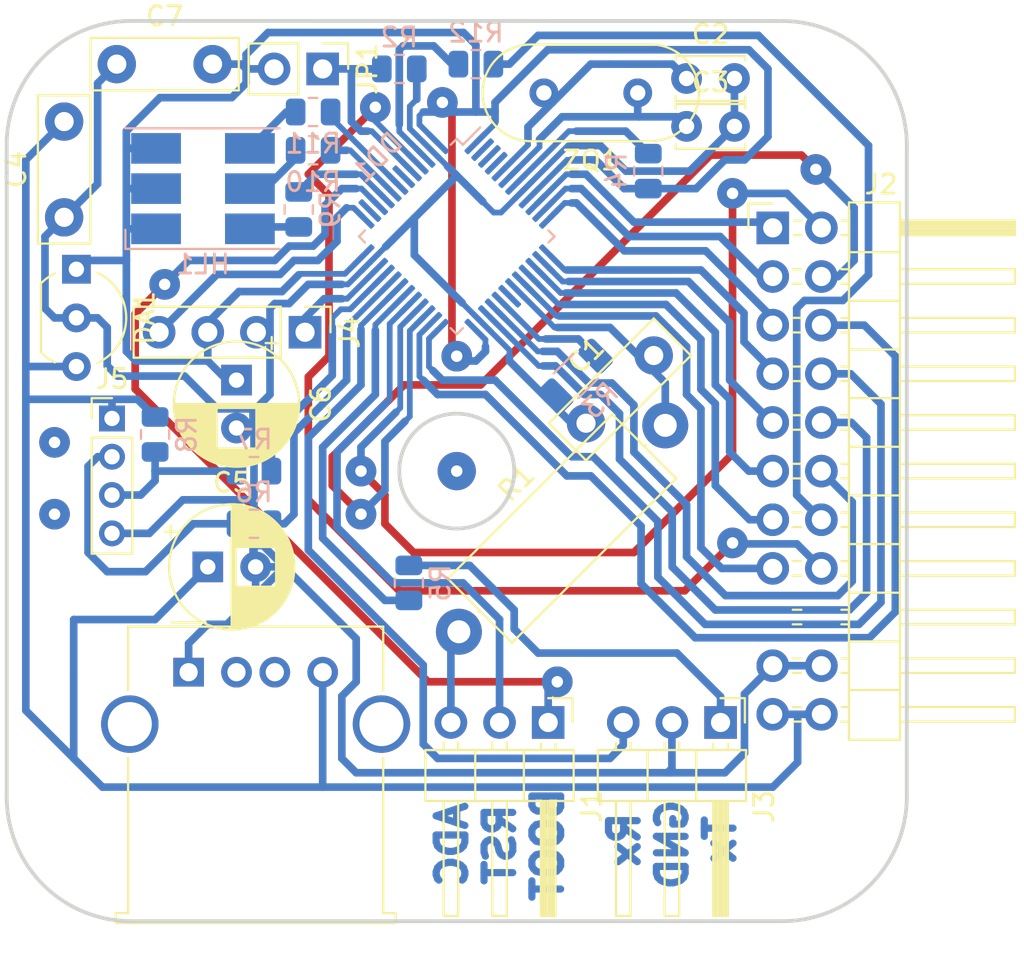
<source format=kicad_pcb>
(kicad_pcb (version 20211014) (generator pcbnew)
  (layers (0 "F.Cu" signal) (31 "B.Cu" signal) (34 "B.Paste" user) (35 "F.Paste" user) (36 "B.SilkS" user "B.Silkscreen") (37 "F.SilkS" user "F.Silkscreen") (38 "B.Mask" user) (39 "F.Mask" user) (44 "Edge.Cuts" user))
  (net 0 "")
  (net 1 "GNDD")
  (net 2 "Net-(C1-Pad2)")
  (net 3 "Net-(C2-Pad1)")
  (net 4 "Net-(C3-Pad1)")
  (net 5 "+5V")
  (net 6 "+3V3")
  (net 10 "Net-(DD1-Pad7)")
  (net 11 "Net-(DD1-Pad10)")
  (net 12 "Net-(DD1-Pad11)")
  (net 13 "Net-(DD1-Pad12)")
  (net 14 "Net-(DD1-Pad13)")
  (net 15 "Net-(DD1-Pad14)")
  (net 16 "Net-(DD1-Pad15)")
  (net 17 "Net-(DD1-Pad16)")
  (net 18 "Net-(DD1-Pad17)")
  (net 19 "Net-(DD1-Pad20)")
  (net 20 "/PB10")
  (net 21 "/PB11")
  (net 22 "/PB12")
  (net 23 "/PB13")
  (net 24 "/PB14")
  (net 25 "/PB15")
  (net 26 "/TX")
  (net 27 "/RX")
  (net 28 "Net-(DD1-Pad32)")
  (net 29 "Net-(DD1-Pad33)")
  (net 30 "/SWDIO")
  (net 31 "/SWCLK")
  (net 33 "/RST")
  (net 35 "Net-(DD1-Pad44)")
  (net 36 "/PB8")
  (net 37 "/PB9")
  (net 38 "/BOOT")
  (net 39 "Net-(J3-Pad1)")
  (net 40 "Net-(J5-Pad2)")
  (net 41 "Net-(J5-Pad3)")
  (net 44 "/ADC")
  (net 46 "Net-(HL1-Pad4)")
  (net 47 "Net-(HL1-Pad5)")
  (net 48 "Net-(HL1-Pad6)")
  (net 49 "Net-(J2-Pad14)")
  (net 50 "/GLED")
  (net 51 "/RLED")
  (net 52 "/BLED")
  (footprint "Capacitor_THT:C_Disc_D7.5mm_W2.5mm_P5.00mm" (layer "F.Cu") (at 111.75 40 45)
    (fp_text reference "C1")
    (fp_text value "10000")
  )
  (footprint "Connector_PinHeader_2.54mm:PinHeader_1x03_P2.54mm_Horizontal" (layer "F.Cu") (at 109.775 55.625 -90)
    (fp_text reference "J1")
    (fp_text value "CTL")
  )
  (footprint "Capacitor_THT:C_Disc_D3.4mm_W2.1mm_P2.50mm" (layer "F.Cu") (at 117 24.5)
    (fp_text reference "C3")
    (fp_text value "22")
  )
  (footprint "Capacitor_THT:CP_Radial_D6.3mm_P2.50mm" (layer "F.Cu") (at 92 47.5)
    (fp_text reference "C5")
    (fp_text value "47.0")
  )
  (footprint "Connector_USB:USB_A_Molex_67643_Horizontal" (layer "F.Cu") (at 91 53)
    (fp_text reference "J6")
    (fp_text value "PWR")
  )
  (footprint "Resistor_THT:R_Axial_DIN0414_L11.9mm_D4.5mm_P15.24mm_Horizontal" (layer "F.Cu") (at 105.111847 50.888154 45)
    (fp_text reference "R1")
    (fp_text value "1.1k")
  )
  (footprint "Capacitor_THT:C_Disc_D7.5mm_W2.5mm_P5.00mm" (layer "F.Cu") (at 84.5 29.25 90)
    (fp_text reference "C4")
    (fp_text value "1.0")
  )
  (footprint "Connector_PinHeader_2.54mm:PinHeader_1x03_P2.54mm_Horizontal" (layer "F.Cu") (at 118.775 55.625 -90)
    (fp_text reference "J3")
    (fp_text value "UART")
  )
  (footprint "Connector_PinHeader_2.54mm:PinHeader_1x04_P2.54mm_Vertical" (layer "F.Cu") (at 97.08 35.25 -90)
    (fp_text reference "J4")
    (fp_text value "SWD")
  )
  (footprint "Capacitor_THT:CP_Radial_D6.3mm_P2.50mm" (layer "F.Cu") (at 93.5 37.75 -90)
    (fp_text reference "C6")
    (fp_text value "47.0")
  )
  (footprint "Capacitor_THT:C_Disc_D7.5mm_W2.5mm_P5.00mm" (layer "F.Cu") (at 87.25 21.25)
    (fp_text reference "C7")
    (fp_text value "1.0")
  )
  (footprint "Connector_PinHeader_2.54mm:PinHeader_2x11_P2.54mm_Horizontal" (layer "F.Cu") (at 121.5 29.8)
    (fp_text reference "J2")
    (fp_text value "KBD")
  )
  (footprint "Package_TO_SOT_THT:TO-92_Inline_Wide" (layer "F.Cu") (at 85.14 31.96 -90)
    (fp_text reference "DA1")
    (fp_text value "L78L33")
  )
  (footprint "Capacitor_THT:C_Disc_D3.4mm_W2.1mm_P2.50mm" (layer "F.Cu") (at 117 22)
    (fp_text reference "C2")
    (fp_text value "22")
  )
  (footprint "Connector_PinHeader_2.00mm:PinHeader_1x04_P2.00mm_Vertical" (layer "F.Cu") (at 87 39.75)
    (fp_text reference "J5")
    (fp_text value "USB_B_Mini")
  )
  (footprint "Crystal:Crystal_HC18-U_Vertical" (layer "F.Cu") (at 114.45 22.75 180)
    (fp_text reference "ZQ1")
    (fp_text value "8 MHz")
  )
  (footprint "Connector_PinHeader_2.54mm:PinHeader_1x02_P2.54mm_Vertical" (layer "F.Cu") (at 98 21.5 -90)
    (fp_text reference "JP1")
    (fp_text value "BOOT0")
  )
  (footprint "Resistor_SMD:R_0805_2012Metric" (layer "B.Cu") (at 115 26.8375 -90)
    (fp_text reference "R4")
    (fp_text value "10k")
  )
  (footprint "Resistor_SMD:R_0805_2012Metric" (layer "B.Cu") (at 102.5 48.3375 90)
    (fp_text reference "R5")
    (fp_text value "680")
  )
  (footprint "Resistor_SMD:R_0805_2012Metric" (layer "B.Cu") (at 102 21.5 180)
    (fp_text reference "R2")
    (fp_text value "10k")
  )
  (footprint "Resistor_SMD:R_0805_2012Metric" (layer "B.Cu") (at 97.5 23.75)
    (fp_text reference "R11")
    (fp_text value "680")
  )
  (footprint "Resistor_SMD:R_0805_2012Metric" (layer "B.Cu") (at 94.4125 42.5 180)
    (fp_text reference "R7")
    (fp_text value "68")
  )
  (footprint "Resistor_SMD:R_0805_2012Metric" (layer "B.Cu") (at 106 21.25 180)
    (fp_text reference "R12")
    (fp_text value "Fuse")
  )
  (footprint "Resistor_SMD:R_0805_2012Metric" (layer "B.Cu") (at 89.25 40.5875 90)
    (fp_text reference "R8")
    (fp_text value "1.5k")
  )
  (footprint "Resistor_SMD:R_0805_2012Metric" (layer "B.Cu") (at 97.5 25.75)
    (fp_text reference "R10")
    (fp_text value "680")
  )
  (footprint "Resistor_SMD:R_0805_2012Metric" (layer "B.Cu") (at 96.75 28.8375 90)
    (fp_text reference "R9")
    (fp_text value "680")
  )
  (footprint "Resistor_SMD:R_1206_3216Metric" (layer "B.Cu") (at 111.215856 37.534144 45)
    (fp_text reference "R3")
    (fp_text value "10k")
  )
  (footprint "LED_SMD:LED_RGB_Cree-PLCC-6_6x5mm_P2.1mm" (layer "B.Cu") (at 91.75 27.75)
    (fp_text reference "HL1")
    (fp_text value "SMLVN6RGB")
  )
  (footprint "Resistor_SMD:R_0805_2012Metric" (layer "B.Cu") (at 94.4125 45.25 180)
    (fp_text reference "R6")
    (fp_text value "68")
  )
  (footprint "Package_QFP:LQFP-48_7x7mm_P0.5mm" (layer "B.Cu") (at 105 30.25 -135)
    (fp_text reference "DD1")
    (fp_text value "STM32L151C8Tx")
  )
  (gr_line locked (start 88 18.995195) (end 122 19) (layer "Edge.Cuts") (width 0.2))
  (gr_circle locked (center 105 42.5) (end 108 42.5) (layer "Edge.Cuts") (width 0.2) (fill none))
  (gr_arc locked (start 128.5 59.5) (mid 126.596194 64.096194) (end 122 66) (layer "Edge.Cuts") (width 0.2))
  (gr_line locked (start 81.5 59.5) (end 81.500001 25.25) (layer "Edge.Cuts") (width 0.2))
  (gr_arc locked (start 88 66) (mid 83.403806 64.096194) (end 81.5 59.5) (layer "Edge.Cuts") (width 0.2))
  (gr_line locked (start 122 66) (end 88 66) (layer "Edge.Cuts") (width 0.2))
  (gr_line locked (start 128.5 25.5) (end 128.5 59.5) (layer "Edge.Cuts") (width 0.2))
  (gr_arc locked (start 122 19) (mid 126.596194 20.903806) (end 128.5 25.5) (layer "Edge.Cuts") (width 0.2))
  (gr_arc locked (start 81.500001 25.25) (mid 83.489623 20.812812) (end 88 18.995195) (layer "Edge.Cuts") (width 0.2))
  (gr_text "Tx" (at 118.75 61.75 90) (layer "B.Cu") (effects (font (size 1.5 1.5) (thickness 0.375)) (justify mirror)))
  (gr_text "BOOT" (at 109.75 62 90) (layer "B.Cu") (effects (font (size 1.5 1.5) (thickness 0.375)) (justify mirror)))
  (gr_text "Rx" (at 113.75 61.75 90) (layer "B.Cu") (effects (font (size 1.5 1.5) (thickness 0.375)) (justify mirror)))
  (gr_text "RST" (at 107.25 62 90) (layer "B.Cu") (effects (font (size 1.5 1.5) (thickness 0.375)) (justify mirror)))
  (gr_text "ADC" (at 104.75 62 90) (layer "B.Cu") (effects (font (size 1.5 1.5) (thickness 0.375)) (justify mirror)))
  (gr_text "GND" (at 116.25 62 90) (layer "B.Cu") (effects (font (size 1.5 1.5) (thickness 0.375)) (justify mirror)))
  (via (at 84 44.75) (size 1.6) (drill 0.6) (layers "F.Cu" "B.Cu") (net 0))
  (via (at 84 41) (size 1.6) (drill 0.6) (layers "F.Cu" "B.Cu") (net 0))
  (via locked (at 105 42.5) (size 2) (drill 0.6) (layers "F.Cu" "B.Cu") (net 0))
  (segment (start 94.88798 46.38798) (end 94.36202 46.38798) (width 0.4) (layer "B.Cu") (net 1))
  (segment (start 83.5 30.25) (end 84.5 29.25) (width 0.4) (layer "B.Cu") (net 1))
  (segment (start 100.465678 31.602342) (end 99.31802 32.75) (width 0.3) (layer "B.Cu") (net 1))
  (segment (start 102.78401 31.21599) (end 102.78401 29.28401) (width 0.4) (layer "B.Cu") (net 1))
  (segment (start 84 34.5) (end 83.5 34) (width 0.4) (layer "B.Cu") (net 1))
  (segment (start 111 25.5) (end 112.5 25.5) (width 0.4) (layer "B.Cu") (net 1))
  (segment (start 94.25 40.25) (end 94.36202 40.13798) (width 0.4) (layer "B.Cu") (net 1))
  (segment (start 102.78401 29.28401) (end 103.40901 28.65901) (width 0.4) (layer "B.Cu") (net 1))
  (segment (start 105.28401 33.71599) (end 102.78401 31.21599) (width 0.4) (layer "B.Cu") (net 1))
  (segment (start 110.809983 25.5) (end 111 25.5) (width 0.3) (layer "B.Cu") (net 1))
  (segment (start 117.16298 26.83702) (end 119.5 24.5) (width 0.4) (layer "B.Cu") (net 1))
  (segment (start 99 57.5) (end 99 54.25) (width 0.4) (layer "B.Cu") (net 1))
  (segment (start 94.41298 44.08702) (end 94.41298 47.41298) (width 0.4) (layer "B.Cu") (net 1))
  (segment (start 108.473662 27.836998) (end 108.472984 27.836998) (width 0.3) (layer "B.Cu") (net 1))
  (segment (start 96 47.5) (end 99.75 51.25) (width 0.4) (layer "B.Cu") (net 1))
  (segment (start 100.465678 31.602342) (end 101.28401 30.78401) (width 0.3) (layer "B.Cu") (net 1))
  (segment (start 111.75 40) (end 111 40) (width 0.4) (layer "B.Cu") (net 1))
  (segment (start 104.96599 27.10203) (end 104.96599 27.03401) (width 0.4) (layer "B.Cu") (net 1))
  (segment (start 91 53) (end 91 51.5) (width 0.4) (layer "B.Cu") (net 1))
  (segment (start 102.54952 23.45048) (end 102.9125 23.0875) (width 0.3) (layer "B.Cu") (net 1))
  (segment (start 113.83702 26.83702) (end 117.16298 26.83702) (width 0.4) (layer "B.Cu") (net 1))
  (segment (start 107.75 36.5) (end 107.75 36.75) (width 0.4) (layer "B.Cu") (net 1))
  (segment (start 86.75 37) (end 87.29 37.54) (width 0.4) (layer "B.Cu") (net 1))
  (segment (start 111 40) (end 109.75 38.75) (width 0.4) (layer "B.Cu") (net 1))
  (segment (start 94.5 49) (end 94.5 47.5) (width 0.4) (layer "B.Cu") (net 1))
  (segment (start 99.75 53.5) (end 99.75 51.25) (width 0.4) (layer "B.Cu") (net 1))
  (segment (start 94.41298 47.41298) (end 94.5 47.5) (width 0.4) (layer "B.Cu") (net 1))
  (segment (start 94.41298 39.41298) (end 94.41298 44.08702) (width 0.4) (layer "B.Cu") (net 1))
  (segment (start 116.235 55.625) (end 116.235 58.015) (width 0.4) (layer "B.Cu") (net 1))
  (segment (start 94.54 35.25) (end 95.25 35.25) (width 0.4) (layer "B.Cu") (net 1))
  (segment (start 103.40901 28.65901) (end 104.75 27.31802) (width 0.4) (layer "B.Cu") (net 1))
  (segment (start 95.25 38.5) (end 95.25 35.25) (width 0.4) (layer "B.Cu") (net 1))
  (segment (start 104.71599 26.78401) (end 104.51599 26.58401) (width 0.4) (layer "B.Cu") (net 1))
  (segment (start 93.5 40.25) (end 94.25 40.25) (width 0.4) (layer "B.Cu") (net 1))
  (segment (start 104.75 26.81802) (end 104.71599 26.78401) (width 0.4) (layer "B.Cu") (net 1))
  (segment (start 104.96599 27.03401) (end 106.361435 28.429455) (width 0.4) (layer "B.Cu") (net 1))
  (segment (start 94.5 39.25) (end 95.25 38.5) (width 0.4) (layer "B.Cu") (net 1))
  (segment (start 101.28401 30.78401) (end 102.78401 29.28401) (width 0.4) (layer "B.Cu") (net 1))
  (segment (start 83.5 34) (end 83.5 30.25) (width 0.4) (layer "B.Cu") (net 1))
  (segment (start 86.25 34.5) (end 86.75 35) (width 0.4) (layer "B.Cu") (net 1))
  (segment (start 94.36202 39.36202) (end 94.25 39.25) (width 0.4) (layer "B.Cu") (net 1))
  (segment (start 102.54952 24.61754) (end 102.54952 23.45048) (width 0.3) (layer "B.Cu") (net 1))
  (segment (start 94.5 47.5) (end 96 47.5) (width 0.4) (layer "B.Cu") (net 1))
  (segment (start 92 50.5) (end 93 50.5) (width 0.4) (layer "B.Cu") (net 1))
  (segment (start 90.7 44) (end 94.32596 44) (width 0.4) (layer "B.Cu") (net 1))
  (segment (start 103.647658 25.715678) (end 102.54952 24.61754) (width 0.3) (layer "B.Cu") (net 1))
  (segment (start 102.9125 23.0875) (end 102.9125 21.5) (width 0.4) (layer "B.Cu") (net 1))
  (segment (start 124.04 52.66) (end 121.5 52.66) (width 0.4) (layer "B.Cu") (net 1))
  (segment (start 116 58.25) (end 116.25 58.25) (width 0.4) (layer "B.Cu") (net 1))
  (segment (start 106.352342 34.784322) (end 105.28401 33.71599) (width 0.3) (layer "B.Cu") (net 1))
  (segment (start 120.024511 57.225489) (end 120.024511 54.135489) (width 0.4) (layer "B.Cu") (net 1))
  (segment (start 86.25 27.5) (end 86.25 22.25) (width 0.4) (layer "B.Cu") (net 1))
  (segment (start 107.75 36.18198) (end 107.75 36.5) (width 0.3) (layer "B.Cu") (net 1))
  (segment (start 90.79 37.54) (end 92.5 39.25) (width 0.4) (layer "B.Cu") (net 1))
  (segment (start 95.25 34) (end 95.5 33.75) (width 0.4) (layer "B.Cu") (net 1))
  (segment (start 84.5 29.25) (end 86.25 27.5) (width 0.4) (layer "B.Cu") (net 1))
  (segment (start 99.31802 32.75) (end 99 32.75) (width 0.3) (layer "B.Cu") (net 1))
  (segment (start 108.472984 27.836998) (end 107.309982 29) (width 0.3) (layer "B.Cu") (net 1))
  (segment (start 99.75 58.25) (end 99 57.5) (width 0.4) (layer "B.Cu") (net 1))
  (segment (start 87 45.75) (end 88.95 45.75) (width 0.4) (layer "B.Cu") (net 1))
  (segment (start 86.25 22.25) (end 87 21.5) (width 0.4) (layer "B.Cu") (net 1))
  (segment (start 108.473662 27.836998) (end 108.47434 27.836998) (width 0.3) (layer "B.Cu") (net 1))
  (segment (start 94.36202 40.13798) (end 94.36202 39.36202) (width 0.4) (layer "B.Cu") (net 1))
  (segment (start 94.36202 46.38798) (end 94.36202 47.36202) (width 0.4) (layer "B.Cu") (net 1))
  (segment (start 106.93198 29) (end 106.361435 28.429455) (width 0.3) (layer "B.Cu") (net 1))
  (segment (start 110.181712 38.568288) (end 110 38.75) (width 0.4) (layer "B.Cu") (net 1))
  (segment (start 94.25 39.25) (end 94.5 39.25) (width 0.4) (layer "B.Cu") (net 1))
  (segment (start 94.5 49) (end 96 47.5) (width 0.4) (layer "B.Cu") (net 1))
  (segment (start 96 47.5) (end 94.88798 46.38798) (width 0.4) (layer "B.Cu") (net 1))
  (segment (start 116.235 58.015) (end 116 58.25) (width 0.4) (layer "B.Cu") (net 1))
  (segment (start 95.25 35.25) (end 95.25 34) (width 0.4) (layer "B.Cu") (net 1))
  (segment (start 88.95 45.75) (end 90.7 44) (width 0.4) (layer "B.Cu") (net 1))
  (segment (start 96.25 33.75) (end 97.25 32.75) (width 0.4) (layer "B.Cu") (net 1))
  (segment (start 116.25 58.25) (end 119 58.25) (width 0.4) (layer "B.Cu") (net 1))
  (segment (start 112.5 25.5) (end 113.83702 26.83702) (width 0.4) (layer "B.Cu") (net 1))
  (segment (start 119.5 24.5) (end 119.5 22) (width 0.4) (layer "B.Cu") (net 1))
  (segment (start 109.655669 26.655669) (end 109.655669 26.654314) (width 0.3) (layer "B.Cu") (net 1))
  (segment (start 108.47434 27.836998) (end 109.655669 26.655669) (width 0.3) (layer "B.Cu") (net 1))
  (segment (start 94.36202 39.36202) (end 94.41298 39.41298) (width 0.4) (layer "B.Cu") (net 1))
  (segment (start 106.352342 34.784322) (end 107.75 36.18198) (width 0.3) (layer "B.Cu") (net 1))
  (segment (start 93 50.5) (end 94.5 49) (width 0.4) (layer "B.Cu") (net 1))
  (segment (start 86.75 35) (end 86.75 37) (width 0.4) (layer "B.Cu") (net 1))
  (segment (start 107.75 36.75) (end 109.75 38.75) (width 0.4) (layer "B.Cu") (net 1))
  (segment (start 92.5 39.25) (end 94.25 39.25) (width 0.4) (layer "B.Cu") (net 1))
  (segment (start 99.75 58.25) (end 116.25 58.25) (width 0.4) (layer "B.Cu") (net 1))
  (segment (start 85.14 34.5) (end 86.25 34.5) (width 0.4) (layer "B.Cu") (net 1))
  (segment (start 97.25 32.75) (end 99 32.75) (width 0.4) (layer "B.Cu") (net 1))
  (segment (start 103.647658 25.715678) (end 104.51599 26.58401) (width 0.3) (layer "B.Cu") (net 1))
  (segment (start 85.14 34.5) (end 84 34.5) (width 0.4) (layer "B.Cu") (net 1))
  (segment (start 109.655669 26.654314) (end 110.809983 25.5) (width 0.3) (layer "B.Cu") (net 1))
  (segment (start 103.40901 28.65901) (end 104.96599 27.10203) (width 0.4) (layer "B.Cu") (net 1))
  (segment (start 104.71599 26.78401) (end 104.96599 27.03401) (width 0.4) (layer "B.Cu") (net 1))
  (segment (start 94.36202 47.36202) (end 94.5 47.5) (width 0.4) (layer "B.Cu") (net 1))
  (segment (start 107.309982 29) (end 106.93198 29) (width 0.3) (layer "B.Cu") (net 1))
  (segment (start 99 54.25) (end 99.75 53.5) (width 0.4) (layer "B.Cu") (net 1))
  (segment (start 95.5 33.75) (end 96.25 33.75) (width 0.4) (layer "B.Cu") (net 1))
  (segment (start 119 58.25) (end 120.024511 57.225489) (width 0.4) (layer "B.Cu") (net 1))
  (segment (start 120.024511 54.135489) (end 121.5 52.66) (width 0.4) (layer "B.Cu") (net 1))
  (segment (start 87.29 37.54) (end 90.79 37.54) (width 0.4) (layer "B.Cu") (net 1))
  (segment (start 94.32596 44) (end 94.41298 44.08702) (width 0.4) (layer "B.Cu") (net 1))
  (segment (start 91 51.5) (end 92 50.5) (width 0.4) (layer "B.Cu") (net 1))
  (segment (start 110 38.75) (end 109.75 38.75) (width 0.4) (layer "B.Cu") (net 1))
  (segment (start 115.285534 36.464466) (end 114.875 36.875) (width 0.4) (layer "B.Cu") (net 2))
  (segment (start 110.103554 35) (end 110.25 35) (width 0.3) (layer "B.Cu") (net 2))
  (segment (start 115.888154 40.111847) (end 115.888154 37.888154) (width 0.4) (layer "B.Cu") (net 2))
  (segment (start 115 36.75) (end 114.75 36.75) (width 0.4) (layer "B.Cu") (net 2))
  (segment (start 114.75 36.75) (end 114.875 36.875) (width 0.4) (layer "B.Cu") (net 2))
  (segment (start 115.285534 36.464466) (end 115 36.75) (width 0.4) (layer "B.Cu") (net 2))
  (segment (start 108.120109 33.016555) (end 110.103554 35) (width 0.3) (layer "B.Cu") (net 2))
  (segment (start 113 35) (end 114.75 36.75) (width 0.4) (layer "B.Cu") (net 2))
  (segment (start 115.888154 37.888154) (end 114.875 36.875) (width 0.4) (layer "B.Cu") (net 2))
  (segment (start 110.25 35) (end 113 35) (width 0.4) (layer "B.Cu") (net 2))
  (segment (start 116.25 21.25) (end 117 22) (width 0.4) (layer "B.Cu") (net 3))
  (segment (start 108.71967 24.53033) (end 110 23.25) (width 0.4) (layer "B.Cu") (net 3))
  (segment (start 112 21.25) (end 113 21.25) (width 0.4) (layer "B.Cu") (net 3))
  (segment (start 108.71967 25.21967) (end 108.71967 24.53033) (width 0.4) (layer "B.Cu") (net 3))
  (segment (start 110 23.25) (end 112 21.25) (width 0.4) (layer "B.Cu") (net 3))
  (segment (start 107.413002 26.776338) (end 108.71967 25.46967) (width 0.3) (layer "B.Cu") (net 3))
  (segment (start 108.71967 25.46967) (end 108.71967 25.21967) (width 0.3) (layer "B.Cu") (net 3))
  (segment (start 109.55 22.8) (end 110 23.25) (width 0.4) (layer "B.Cu") (net 3))
  (segment (start 109.55 22.75) (end 109.55 22.8) (width 0.4) (layer "B.Cu") (net 3))
  (segment (start 113 21.25) (end 116.25 21.25) (width 0.4) (layer "B.Cu") (net 3))
  (segment (start 114.45 23.95) (end 114.5 24) (width 0.4) (layer "B.Cu") (net 4))
  (segment (start 110.5 24) (end 114.5 24) (width 0.4) (layer "B.Cu") (net 4))
  (segment (start 116.5 24) (end 117 24.5) (width 0.4) (layer "B.Cu") (net 4))
  (segment (start 109.323223 25.573223) (end 109.323223 25.176777) (width 0.3) (layer "B.Cu") (net 4))
  (segment (start 107.766555 27.129891) (end 109.323223 25.573223) (width 0.3) (layer "B.Cu") (net 4))
  (segment (start 114.45 22.75) (end 114.45 23.95) (width 0.4) (layer "B.Cu") (net 4))
  (segment (start 109.323223 25.176777) (end 110.5 24) (width 0.4) (layer "B.Cu") (net 4))
  (segment (start 114.5 24) (end 116.5 24) (width 0.4) (layer "B.Cu") (net 4))
  (segment (start 122.8 57.7) (end 122.8 55.2) (width 0.4) (layer "B.Cu") (net 5))
  (segment (start 85 53) (end 85 57.5) (width 0.4) (layer "B.Cu") (net 5))
  (segment (start 82.54 37.04) (end 82.5 37) (width 0.4) (layer "B.Cu") (net 5))
  (segment (start 85.14 37.04) (end 82.54 37.04) (width 0.4) (layer "B.Cu") (net 5))
  (segment (start 98 59) (end 121.5 59) (width 0.4) (layer "B.Cu") (net 5))
  (segment (start 121.5 55.2) (end 122.8 55.2) (width 0.4) (layer "B.Cu") (net 5))
  (segment (start 89.375 50.125) (end 89.25 50.25) (width 0.4) (layer "B.Cu") (net 5))
  (segment (start 82.5 38.75) (end 82.5 55) (width 0.4) (layer "B.Cu") (net 5))
  (segment (start 82.5 34.75) (end 82.5 26.25) (width 0.4) (layer "B.Cu") (net 5))
  (segment (start 85.25 57.75) (end 86.5 59) (width 0.4) (layer "B.Cu") (net 5))
  (segment (start 82.5 37) (end 82.5 38.75) (width 0.4) (layer "B.Cu") (net 5))
  (segment (start 87 38.75) (end 88.325 38.75) (width 0.4) (layer "B.Cu") (net 5))
  (segment (start 88.325 38.75) (end 89.25 39.675) (width 0.4) (layer "B.Cu") (net 5))
  (segment (start 82.5 55) (end 85.25 57.75) (width 0.4) (layer "B.Cu") (net 5))
  (segment (start 85 57.5) (end 85.25 57.75) (width 0.4) (layer "B.Cu") (net 5))
  (segment (start 85 50.25) (end 85 53) (width 0.4) (layer "B.Cu") (net 5))
  (segment (start 87 39.75) (end 87 38.75) (width 0.4) (layer "B.Cu") (net 5))
  (segment (start 89.25 50.25) (end 85 50.25) (width 0.4) (layer "B.Cu") (net 5))
  (segment (start 82.5 26.25) (end 84.5 24.25) (width 0.4) (layer "B.Cu") (net 5))
  (segment (start 98 53) (end 98 59) (width 0.4) (layer "B.Cu") (net 5))
  (segment (start 86.5 59) (end 98 59) (width 0.4) (layer "B.Cu") (net 5))
  (segment (start 122.8 55.2) (end 124.04 55.2) (width 0.4) (layer "B.Cu") (net 5))
  (segment (start 121.5 59) (end 122.8 57.7) (width 0.4) (layer "B.Cu") (net 5))
  (segment (start 82.5 38.75) (end 87 38.75) (width 0.4) (layer "B.Cu") (net 5))
  (segment (start 82.5 34.75) (end 82.5 37) (width 0.4) (layer "B.Cu") (net 5))
  (segment (start 92 47.5) (end 89.375 50.125) (width 0.4) (layer "B.Cu") (net 5))
  (segment (start 104.75 36.25) (end 105 36.5) (width 0.4) (layer "F.Cu") (net 6))
  (segment (start 104.75 23.75) (end 104.75 36.25) (width 0.4) (layer "F.Cu") (net 6))
  (segment (start 104.25 23.25) (end 104.75 23.75) (width 0.4) (layer "F.Cu") (net 6))
  (via (at 105 36.5) (size 1.6) (drill 0.6) (layers "F.Cu" "B.Cu") (net 6))
  (via (at 104.25 23.25) (size 1.6) (drill 0.6) (layers "F.Cu" "B.Cu") (net 6))
  (segment (start 105 23.75) (end 104.75 23.75) (width 0.4) (layer "B.Cu") (net 6))
  (segment (start 106.5 36) (end 106.5 36.25) (width 0.4) (layer "B.Cu") (net 6))
  (segment (start 87.75 29.75) (end 87.75 31.5) (width 0.4) (layer "B.Cu") (net 6))
  (segment (start 105.998788 35.137876) (end 106.5 35.639088) (width 0.3) (layer "B.Cu") (net 6))
  (segment (start 87.75 25.5) (end 87.75 27.75) (width 0.4) (layer "B.Cu") (net 6))
  (segment (start 107 23.75) (end 107 23.25) (width 0.4) (layer "B.Cu") (net 6))
  (segment (start 89.3 29.85) (end 87.85 29.85) (width 0.4) (layer "B.Cu") (net 6))
  (segment (start 110.384562 26.634562) (end 110.76641 26.252714) (width 0.3) (layer "B.Cu") (net 6))
  (segment (start 94 21.25) (end 94 21.5) (width 0.4) (layer "B.Cu") (net 6))
  (segment (start 104.25 23.25) (end 104.25 23.75) (width 0.4) (layer "B.Cu") (net 6))
  (segment (start 87.85 29.85) (end 87.75 29.75) (width 0.4) (layer "B.Cu") (net 6))
  (segment (start 107 23.25) (end 109.75 20.5) (width 0.4) (layer "B.Cu") (net 6))
  (segment (start 92.25 21.25) (end 93.75 21.25) (width 0.4) (layer "B.Cu") (net 6))
  (segment (start 112.25 26.25) (end 113.75 27.75) (width 0.4) (layer "B.Cu") (net 6))
  (segment (start 87.75 24.75) (end 87.75 25.5) (width 0.4) (layer "B.Cu") (net 6))
  (segment (start 95.875 33.125) (end 96.625 32.375) (width 0.4) (layer "B.Cu") (net 6))
  (segment (start 106 23.75) (end 105 23.75) (width 0.4) (layer "B.Cu") (net 6))
  (segment (start 87.75 24.75) (end 89.5 23) (width 0.4) (layer "B.Cu") (net 6))
  (segment (start 95.15 19.6) (end 105.35 19.6) (width 0.4) (layer "B.Cu") (net 6))
  (segment (start 105.35 19.6) (end 106 20.25) (width 0.4) (layer "B.Cu") (net 6))
  (segment (start 92 36.75) (end 92 36.5) (width 0.4) (layer "B.Cu") (net 6))
  (segment (start 106.5 35.639088) (end 106.5 36) (width 0.3) (layer "B.Cu") (net 6))
  (segment (start 119 26.25) (end 117.5 27.75) (width 0.4) (layer "B.Cu") (net 6))
  (segment (start 104.75 23.75) (end 104.25 23.75) (width 0.4) (layer "B.Cu") (net 6))
  (segment (start 110.76641 26.252714) (end 110.997286 26.252714) (width 0.3) (layer "B.Cu") (net 6))
  (segment (start 113.75 27.75) (end 115 27.75) (width 0.4) (layer "B.Cu") (net 6))
  (segment (start 87.75 31.5) (end 87.75 36.25) (width 0.4) (layer "B.Cu") (net 6))
  (segment (start 107 23.75) (end 106 23.75) (width 0.4) (layer "B.Cu") (net 6))
  (segment (start 96.625 32.375) (end 96.75 32.25) (width 0.4) (layer "B.Cu") (net 6))
  (segment (start 110.76641 26.252714) (end 110.76641 26.25) (width 0.3) (layer "B.Cu") (net 6))
  (segment (start 121.25 25.031087) (end 120.031087 26.25) (width 0.4) (layer "B.Cu") (net 6))
  (segment (start 100.112124 31.248788) (end 99.160432 32.20048) (width 0.3) (layer "B.Cu") (net 6))
  (segment (start 109.75 20.5) (end 120.25 20.5) (width 0.4) (layer "B.Cu") (net 6))
  (segment (start 93.5 37.75) (end 93 37.75) (width 0.4) (layer "B.Cu") (net 6))
  (segment (start 89.3 27.75) (end 87.75 27.75) (width 0.4) (layer "B.Cu") (net 6))
  (segment (start 121.25 21.5) (end 121.25 25.031087) (width 0.4) (layer "B.Cu") (net 6))
  (segment (start 104.25 23.75) (end 103.25 23.75) (width 0.4) (layer "B.Cu") (net 6))
  (segment (start 94 22.25) (end 93.25 23) (width 0.4) (layer "B.Cu") (net 6))
  (segment (start 104.001212 25.362124) (end 103.05 24.410912) (width 0.3) (layer "B.Cu") (net 6))
  (segment (start 94 21.25) (end 94 20.75) (width 0.4) (layer "B.Cu") (net 6))
  (segment (start 120.25 20.5) (end 121.25 21.5) (width 0.4) (layer "B.Cu") (net 6))
  (segment (start 85.25 31.5) (end 87.75 31.5) (width 0.4) (layer "B.Cu") (net 6))
  (segment (start 107 24.360912) (end 107 24.25) (width 0.3) (layer "B.Cu") (net 6))
  (segment (start 108.827215 28.190551) (end 110.383204 26.634562) (width 0.3) (layer "B.Cu") (net 6))
  (segment (start 87.75 36.25) (end 88.25 36.75) (width 0.4) (layer "B.Cu") (net 6))
  (segment (start 93 37.75) (end 92 36.75) (width 0.4) (layer "B.Cu") (net 6))
  (segment (start 88.25 36.75) (end 92 36.75) (width 0.4) (layer "B.Cu") (net 6))
  (segment (start 106 36.75) (end 105 36.75) (width 0.4) (layer "B.Cu") (net 6))
  (segment (start 110.383204 26.634562) (end 110.384562 26.634562) (width 0.3) (layer "B.Cu") (net 6))
  (segment (start 92 34.75) (end 93.625 33.125) (width 0.4) (layer "B.Cu") (net 6))
  (segment (start 87.9 25.65) (end 87.75 25.5) (width 0.4) (layer "B.Cu") (net 6))
  (segment (start 94 21.25) (end 94 22.25) (width 0.4) (layer "B.Cu") (net 6))
  (segment (start 106.5 36.25) (end 106 36.75) (width 0.4) (layer "B.Cu") (net 6))
  (segment (start 103.05 23.95) (end 103.25 23.75) (width 0.3) (layer "B.Cu") (net 6))
  (segment (start 89.5 23) (end 93.25 23) (width 0.4) (layer "B.Cu") (net 6))
  (segment (start 94 20.75) (end 95.15 19.6) (width 0.4) (layer "B.Cu") (net 6))
  (segment (start 87.75 27.75) (end 87.75 29.75) (width 0.4) (layer "B.Cu") (net 6))
  (segment (start 96.79952 32.20048) (end 96.625 32.375) (width 0.3) (layer "B.Cu") (net 6))
  (segment (start 110.997286 26.252714) (end 111 26.25) (width 0.3) (layer "B.Cu") (net 6))
  (segment (start 89.3 25.65) (end 87.9 25.65) (width 0.4) (layer "B.Cu") (net 6))
  (segment (start 93.75 21.25) (end 94 21.5) (width 0.4) (layer "B.Cu") (net 6))
  (segment (start 99.160432 32.20048) (end 96.79952 32.20048) (width 0.3) (layer "B.Cu") (net 6))
  (segment (start 93.625 33.125) (end 95.875 33.125) (width 0.4) (layer "B.Cu") (net 6))
  (segment (start 111 26.25) (end 112.25 26.25) (width 0.4) (layer "B.Cu") (net 6))
  (segment (start 120.031087 26.25) (end 119 26.25) (width 0.4) (layer "B.Cu") (net 6))
  (segment (start 95.46 21.5) (end 94 21.5) (width 0.4) (layer "B.Cu") (net 6))
  (segment (start 103.05 24.410912) (end 103.05 23.95) (width 0.3) (layer "B.Cu") (net 6))
  (segment (start 105.998788 25.362124) (end 107 24.360912) (width 0.3) (layer "B.Cu") (net 6))
  (segment (start 107 24.25) (end 107 23.75) (width 0.4) (layer "B.Cu") (net 6))
  (segment (start 106 20.25) (end 106 23.75) (width 0.4) (layer "B.Cu") (net 6))
  (segment (start 117.5 27.75) (end 115 27.75) (width 0.4) (layer "B.Cu") (net 6))
  (segment (start 92 36.5) (end 92 34.75) (width 0.4) (layer "B.Cu") (net 6))
  (segment (start 111.25 24.75) (end 113.825 24.75) (width 0.4) (layer "B.Cu") (net 10))
  (segment (start 108.120109 27.483445) (end 110.853554 24.75) (width 0.3) (layer "B.Cu") (net 10))
  (segment (start 110.853554 24.75) (end 111.25 24.75) (width 0.3) (layer "B.Cu") (net 10))
  (segment (start 113.825 24.75) (end 115 25.925) (width 0.4) (layer "B.Cu") (net 10))
  (segment (start 111 27) (end 111.75 27) (width 0.4) (layer "B.Cu") (net 11))
  (segment (start 109.180769 28.544105) (end 109.181447 28.544105) (width 0.3) (layer "B.Cu") (net 11))
  (segment (start 111.75 27) (end 114.25 29.5) (width 0.4) (layer "B.Cu") (net 11))
  (segment (start 114.25 29.5) (end 121.2 29.5) (width 0.4) (layer "B.Cu") (net 11))
  (segment (start 121.2 29.5) (end 121.5 29.8) (width 0.4) (layer "B.Cu") (net 11))
  (segment (start 110.725552 27) (end 111 27) (width 0.3) (layer "B.Cu") (net 11))
  (segment (start 109.181447 28.544105) (end 110.725552 27) (width 0.3) (layer "B.Cu") (net 11))
  (segment (start 111.5 27.75) (end 114 30.25) (width 0.4) (layer "B.Cu") (net 12))
  (segment (start 111 27.75) (end 111.5 27.75) (width 0.4) (layer "B.Cu") (net 12))
  (segment (start 118.75 30.25) (end 120.84 32.34) (width 0.4) (layer "B.Cu") (net 12))
  (segment (start 109.534322 28.897658) (end 110.68198 27.75) (width 0.3) (layer "B.Cu") (net 12))
  (segment (start 120.84 32.34) (end 121.5 32.34) (width 0.4) (layer "B.Cu") (net 12))
  (segment (start 114 30.25) (end 118.75 30.25) (width 0.4) (layer "B.Cu") (net 12))
  (segment (start 110.68198 27.75) (end 111 27.75) (width 0.3) (layer "B.Cu") (net 12))
  (segment (start 121.5 34.5) (end 118 31) (width 0.4) (layer "B.Cu") (net 13))
  (segment (start 111.25 28.5) (end 111 28.5) (width 0.4) (layer "B.Cu") (net 13))
  (segment (start 113.75 31) (end 111.25 28.5) (width 0.4) (layer "B.Cu") (net 13))
  (segment (start 110.639088 28.5) (end 111 28.5) (width 0.3) (layer "B.Cu") (net 13))
  (segment (start 109.887876 29.251212) (end 110.639088 28.5) (width 0.3) (layer "B.Cu") (net 13))
  (segment (start 121.5 34.88) (end 121.5 34.5) (width 0.4) (layer "B.Cu") (net 13))
  (segment (start 118 31) (end 113.75 31) (width 0.4) (layer "B.Cu") (net 13))
  (segment (start 120 35.75) (end 121.5 37.25) (width 0.4) (layer "B.Cu") (net 14))
  (segment (start 109.887876 31.248788) (end 110.639088 32) (width 0.3) (layer "B.Cu") (net 14))
  (segment (start 117.75 32) (end 120 34.25) (width 0.4) (layer "B.Cu") (net 14))
  (segment (start 121.5 37.25) (end 121.5 37.42) (width 0.4) (layer "B.Cu") (net 14))
  (segment (start 110.639088 32) (end 110.75 32) (width 0.3) (layer "B.Cu") (net 14))
  (segment (start 120 34.25) (end 120 35.75) (width 0.4) (layer "B.Cu") (net 14))
  (segment (start 110.75 32) (end 117.75 32) (width 0.4) (layer "B.Cu") (net 14))
  (segment (start 121.46 39.96) (end 121.5 39.96) (width 0.4) (layer "B.Cu") (net 15))
  (segment (start 117.1 32.6) (end 119.25 34.75) (width 0.4) (layer "B.Cu") (net 15))
  (segment (start 119.25 37.75) (end 121.46 39.96) (width 0.4) (layer "B.Cu") (net 15))
  (segment (start 110.85 32.6) (end 117.1 32.6) (width 0.4) (layer "B.Cu") (net 15))
  (segment (start 109.534322 31.602342) (end 110.53198 32.6) (width 0.3) (layer "B.Cu") (net 15))
  (segment (start 119.25 34.75) (end 119.25 37.75) (width 0.4) (layer "B.Cu") (net 15))
  (segment (start 110.53198 32.6) (end 110.85 32.6) (width 0.3) (layer "B.Cu") (net 15))
  (segment (start 110.424874 33.2) (end 110.7 33.2) (width 0.3) (layer "B.Cu") (net 16))
  (segment (start 110.7 33.2) (end 116.45 33.2) (width 0.4) (layer "B.Cu") (net 16))
  (segment (start 118.5 35.25) (end 118.5 38) (width 0.4) (layer "B.Cu") (net 16))
  (segment (start 119.25 38.75) (end 119.25 41.5) (width 0.4) (layer "B.Cu") (net 16))
  (segment (start 119.25 41.5) (end 120.25 42.5) (width 0.4) (layer "B.Cu") (net 16))
  (segment (start 109.180769 31.955895) (end 110.424874 33.2) (width 0.3) (layer "B.Cu") (net 16))
  (segment (start 120.25 42.5) (end 121.5 42.5) (width 0.4) (layer "B.Cu") (net 16))
  (segment (start 116.45 33.2) (end 118.5 35.25) (width 0.4) (layer "B.Cu") (net 16))
  (segment (start 118.5 38) (end 119.25 38.75) (width 0.4) (layer "B.Cu") (net 16))
  (segment (start 118.5 43.25) (end 120.29 45.04) (width 0.4) (layer "B.Cu") (net 17))
  (segment (start 110.55 33.8) (end 115.925 33.8) (width 0.4) (layer "B.Cu") (net 17))
  (segment (start 118.5 38.978214) (end 118.5 43.25) (width 0.4) (layer "B.Cu") (net 17))
  (segment (start 117.75 35.625) (end 117.75 38.228214) (width 0.4) (layer "B.Cu") (net 17))
  (segment (start 108.827215 32.309449) (end 110.317766 33.8) (width 0.3) (layer "B.Cu") (net 17))
  (segment (start 110.317766 33.8) (end 110.55 33.8) (width 0.3) (layer "B.Cu") (net 17))
  (segment (start 115.925 33.8) (end 117.75 35.625) (width 0.4) (layer "B.Cu") (net 17))
  (segment (start 117.75 38.228214) (end 118.5 38.978214) (width 0.4) (layer "B.Cu") (net 17))
  (segment (start 120.29 45.04) (end 121.5 45.04) (width 0.4) (layer "B.Cu") (net 17))
  (segment (start 110.35 34.4) (end 115.4 34.4) (width 0.4) (layer "B.Cu") (net 18))
  (segment (start 117 38.5) (end 117.75 39.25) (width 0.4) (layer "B.Cu") (net 18))
  (segment (start 117.75 39.25) (end 117.75 46.5) (width 0.4) (layer "B.Cu") (net 18))
  (segment (start 118.83 47.58) (end 121.5 47.58) (width 0.4) (layer "B.Cu") (net 18))
  (segment (start 115.4 34.4) (end 117 36) (width 0.4) (layer "B.Cu") (net 18))
  (segment (start 108.473662 32.663002) (end 110.21066 34.4) (width 0.3) (layer "B.Cu") (net 18))
  (segment (start 117 36) (end 117 38.5) (width 0.4) (layer "B.Cu") (net 18))
  (segment (start 117.75 46.5) (end 118.83 47.58) (width 0.4) (layer "B.Cu") (net 18))
  (segment (start 110.21066 34.4) (end 110.35 34.4) (width 0.3) (layer "B.Cu") (net 18))
  (segment (start 111.35 35.6) (end 112.25 36.5) (width 0.4) (layer "B.Cu") (net 19))
  (segment (start 109.65 35.6) (end 111.35 35.6) (width 0.4) (layer "B.Cu") (net 19))
  (segment (start 109.28934 35.6) (end 109.65 35.6) (width 0.3) (layer "B.Cu") (net 19))
  (segment (start 107.413002 33.723662) (end 109.28934 35.6) (width 0.3) (layer "B.Cu") (net 19))
  (segment (start 124.9 49) (end 125.65 48.25) (width 0.4) (layer "B.Cu") (net 20))
  (segment (start 113.10048 37.90048) (end 114.25 39.05) (width 0.4) (layer "B.Cu") (net 20))
  (segment (start 119.03125 49) (end 124.9 49) (width 0.4) (layer "B.Cu") (net 20))
  (segment (start 125.65 48.25) (end 125.65 44.11) (width 0.4) (layer "B.Cu") (net 20))
  (segment (start 117 46.96875) (end 119.03125 49) (width 0.4) (layer "B.Cu") (net 20))
  (segment (start 114.25 41.5) (end 117 44.25) (width 0.4) (layer "B.Cu") (net 20))
  (segment (start 109.5 36.25) (end 110.25 36.25) (width 0.4) (layer "B.Cu") (net 20))
  (segment (start 109.232234 36.25) (end 109.5 36.25) (width 0.3) (layer "B.Cu") (net 20))
  (segment (start 111.90048 37.90048) (end 113.10048 37.90048) (width 0.4) (layer "B.Cu") (net 20))
  (segment (start 107.059449 34.077215) (end 109.232234 36.25) (width 0.3) (layer "B.Cu") (net 20))
  (segment (start 114.25 39.05) (end 114.25 41.5) (width 0.4) (layer "B.Cu") (net 20))
  (segment (start 110.25 36.25) (end 111.90048 37.90048) (width 0.4) (layer "B.Cu") (net 20))
  (segment (start 125.65 44.11) (end 124.04 42.5) (width 0.4) (layer "B.Cu") (net 20))
  (segment (start 117 44.25) (end 117 46.96875) (width 0.4) (layer "B.Cu") (net 20))
  (segment (start 125.5 49.75) (end 126.4 48.85) (width 0.4) (layer "B.Cu") (net 21))
  (segment (start 125.61 39.96) (end 124.04 39.96) (width 0.4) (layer "B.Cu") (net 21))
  (segment (start 113.5 41.875) (end 116.25 44.625) (width 0.4) (layer "B.Cu") (net 21))
  (segment (start 109.508063 37.008063) (end 110.160213 37.008063) (width 0.4) (layer "B.Cu") (net 21))
  (segment (start 110.160213 37.008063) (end 111.65215 38.5) (width 0.4) (layer "B.Cu") (net 21))
  (segment (start 113.5 39.5) (end 113.5 41.875) (width 0.4) (layer "B.Cu") (net 21))
  (segment (start 116.25 47.5) (end 118.5 49.75) (width 0.4) (layer "B.Cu") (net 21))
  (segment (start 126.4 48.85) (end 126.4 40.75) (width 0.4) (layer "B.Cu") (net 21))
  (segment (start 126.4 40.75) (end 125.61 39.96) (width 0.4) (layer "B.Cu") (net 21))
  (segment (start 116.25 44.625) (end 116.25 47.5) (width 0.4) (layer "B.Cu") (net 21))
  (segment (start 106.705895 34.430769) (end 109.283189 37.008063) (width 0.3) (layer "B.Cu") (net 21))
  (segment (start 111.65215 38.5) (end 112.5 38.5) (width 0.4) (layer "B.Cu") (net 21))
  (segment (start 109.283189 37.008063) (end 109.508063 37.008063) (width 0.3) (layer "B.Cu") (net 21))
  (segment (start 118.5 49.75) (end 125.5 49.75) (width 0.4) (layer "B.Cu") (net 21))
  (segment (start 112.5 38.5) (end 113.5 39.5) (width 0.4) (layer "B.Cu") (net 21))
  (segment (start 107 37.75) (end 111 41.75) (width 0.4) (layer "B.Cu") (net 22))
  (segment (start 115.5 48.03125) (end 117.96875 50.5) (width 0.4) (layer "B.Cu") (net 22))
  (segment (start 103.54952 37.04952) (end 103.75 37.25) (width 0.3) (layer "B.Cu") (net 22))
  (segment (start 104.001212 35.137876) (end 103.54952 35.589568) (width 0.3) (layer "B.Cu") (net 22))
  (segment (start 117.96875 50.5) (end 126 50.5) (width 0.4) (layer "B.Cu") (net 22))
  (segment (start 115.5 45.125) (end 115.5 48.03125) (width 0.4) (layer "B.Cu") (net 22))
  (segment (start 103.75 37.25) (end 104.25 37.75) (width 0.4) (layer "B.Cu") (net 22))
  (segment (start 127.15 49.35) (end 127.15 39) (width 0.4) (layer "B.Cu") (net 22))
  (segment (start 126 50.5) (end 127.15 49.35) (width 0.4) (layer "B.Cu") (net 22))
  (segment (start 127.15 39) (end 125.57 37.42) (width 0.4) (layer "B.Cu") (net 22))
  (segment (start 111 41.75) (end 112.125 41.75) (width 0.4) (layer "B.Cu") (net 22))
  (segment (start 104.25 37.75) (end 107 37.75) (width 0.4) (layer "B.Cu") (net 22))
  (segment (start 103.54952 35.589568) (end 103.54952 37.04952) (width 0.3) (layer "B.Cu") (net 22))
  (segment (start 112.125 41.75) (end 115.5 45.125) (width 0.4) (layer "B.Cu") (net 22))
  (segment (start 125.57 37.42) (end 124.04 37.42) (width 0.4) (layer "B.Cu") (net 22))
  (segment (start 114.625 45.375) (end 114.625 48.375) (width 0.4) (layer "B.Cu") (net 23))
  (segment (start 117.45 51.2) (end 126.55 51.2) (width 0.4) (layer "B.Cu") (net 23))
  (segment (start 103.25 37.75) (end 104 38.5) (width 0.4) (layer "B.Cu") (net 23))
  (segment (start 127.9 36.5) (end 126.28 34.88) (width 0.4) (layer "B.Cu") (net 23))
  (segment (start 126.28 34.88) (end 124.04 34.88) (width 0.4) (layer "B.Cu") (net 23))
  (segment (start 127.9 49.85) (end 127.9 36.5) (width 0.4) (layer "B.Cu") (net 23))
  (segment (start 103.04952 37.54952) (end 103.25 37.75) (width 0.3) (layer "B.Cu") (net 23))
  (segment (start 104 38.5) (end 106.5 38.5) (width 0.4) (layer "B.Cu") (net 23))
  (segment (start 126.55 51.2) (end 127.9 49.85) (width 0.4) (layer "B.Cu") (net 23))
  (segment (start 114.625 48.375) (end 117.45 51.2) (width 0.4) (layer "B.Cu") (net 23))
  (segment (start 110.75 42.75) (end 112 42.75) (width 0.4) (layer "B.Cu") (net 23))
  (segment (start 112 42.75) (end 114.625 45.375) (width 0.4) (layer "B.Cu") (net 23))
  (segment (start 103.04952 35.38246) (end 103.04952 37.54952) (width 0.3) (layer "B.Cu") (net 23))
  (segment (start 103.647658 34.784322) (end 103.04952 35.38246) (width 0.3) (layer "B.Cu") (net 23))
  (segment (start 106.5 38.5) (end 110.75 42.75) (width 0.4) (layer "B.Cu") (net 23))
  (segment (start 98.5 41.75) (end 102.25 38) (width 0.4) (layer "F.Cu") (net 24))
  (segment (start 102.25 38) (end 106.25 38) (width 0.4) (layer "F.Cu") (net 24))
  (segment (start 98.5 43.25) (end 98.5 41.75) (width 0.4) (layer "F.Cu") (net 24))
  (segment (start 106.25 38) (end 118.25 26) (width 0.4) (layer "F.Cu") (net 24))
  (segment (start 118.25 26) (end 123 26) (width 0.4) (layer "F.Cu") (net 24))
  (segment (start 100 44.75) (end 98.5 43.25) (width 0.4) (layer "F.Cu") (net 24))
  (segment (start 123 26) (end 123.75 26.75) (width 0.4) (layer "F.Cu") (net 24))
  (via (at 123.75 26.75) (size 1.6) (drill 0.6) (layers "F.Cu" "B.Cu") (net 24))
  (via (at 100 44.75) (size 1.6) (drill 0.6) (layers "F.Cu" "B.Cu") (net 24))
  (segment (start 102.54952 39.65048) (end 102.3 39.9) (width 0.3) (layer "B.Cu") (net 24))
  (segment (start 101.25 43.5) (end 101.25 40.95) (width 0.4) (layer "B.Cu") (net 24))
  (segment (start 102.54952 35.175354) (end 102.54952 39.65048) (width 0.3) (layer "B.Cu") (net 24))
  (segment (start 125.75 28.75) (end 123.75 26.75) (width 0.4) (layer "B.Cu") (net 24))
  (segment (start 101.25 40.95) (end 102.3 39.9) (width 0.4) (layer "B.Cu") (net 24))
  (segment (start 100 44.75) (end 101.25 43.5) (width 0.4) (layer "B.Cu") (net 24))
  (segment (start 124.91 32.34) (end 125.75 31.5) (width 0.4) (layer "B.Cu") (net 24))
  (segment (start 125.75 31.5) (end 125.75 28.75) (width 0.4) (layer "B.Cu") (net 24))
  (segment (start 103.294105 34.430769) (end 102.54952 35.175354) (width 0.3) (layer "B.Cu") (net 24))
  (segment (start 124.04 32.34) (end 124.91 32.34) (width 0.4) (layer "B.Cu") (net 24))
  (segment (start 102.75 46.75) (end 114.25 46.75) (width 0.4) (layer "F.Cu") (net 25))
  (segment (start 119.4 41.6) (end 119.4 28) (width 0.4) (layer "F.Cu") (net 25))
  (segment (start 101.25 43.75) (end 101.25 45.25) (width 0.4) (layer "F.Cu") (net 25))
  (segment (start 101.25 45.25) (end 102.75 46.75) (width 0.4) (layer "F.Cu") (net 25))
  (segment (start 114.25 46.75) (end 119.4 41.6) (width 0.4) (layer "F.Cu") (net 25))
  (segment (start 100 42.5) (end 101.25 43.75) (width 0.4) (layer "F.Cu") (net 25))
  (via (at 100 42.5) (size 1.6) (drill 0.6) (layers "F.Cu" "B.Cu") (net 25))
  (via (at 119.4 28) (size 1.6) (drill 0.6) (layers "F.Cu" "B.Cu") (net 25))
  (segment (start 102.940551 34.077215) (end 102.05 34.967766) (width 0.3) (layer "B.Cu") (net 25))
  (segment (start 102.05 34.967766) (end 102.05 39.2) (width 0.3) (layer "B.Cu") (net 25))
  (segment (start 100 41.25) (end 101.825 39.425) (width 0.4) (layer "B.Cu") (net 25))
  (segment (start 124.04 29.8) (end 122.24 28) (width 0.4) (layer "B.Cu") (net 25))
  (segment (start 102.05 39.2) (end 101.825 39.425) (width 0.3) (layer "B.Cu") (net 25))
  (segment (start 100 41.25) (end 100 42.5) (width 0.4) (layer "B.Cu") (net 25))
  (segment (start 122.24 28) (end 119.4 28) (width 0.4) (layer "B.Cu") (net 25))
  (segment (start 98 41.25) (end 98 46) (width 0.4) (layer "B.Cu") (net 26))
  (segment (start 100.75 35.15) (end 100.75 38.5) (width 0.4) (layer "B.Cu") (net 26))
  (segment (start 101.25 49.25) (end 102.5 49.25) (width 0.4) (layer "B.Cu") (net 26))
  (segment (start 100.75 38.5) (end 98 41.25) (width 0.4) (layer "B.Cu") (net 26))
  (segment (start 100.75 34.853554) (end 100.75 35.15) (width 0.3) (layer "B.Cu") (net 26))
  (segment (start 102.233445 33.370109) (end 100.75 34.853554) (width 0.3) (layer "B.Cu") (net 26))
  (segment (start 98 46) (end 101.25 49.25) (width 0.4) (layer "B.Cu") (net 26))
  (segment (start 100 35.1) (end 100 38) (width 0.4) (layer "B.Cu") (net 27))
  (segment (start 97.25 46.625) (end 103.25 52.625) (width 0.4) (layer "B.Cu") (net 27))
  (segment (start 100 38) (end 97.25 40.75) (width 0.4) (layer "B.Cu") (net 27))
  (segment (start 104 57.5) (end 113 57.5) (width 0.4) (layer "B.Cu") (net 27))
  (segment (start 101.879891 33.016555) (end 100 34.896446) (width 0.3) (layer "B.Cu") (net 27))
  (segment (start 113.695 56.805) (end 113.695 55.625) (width 0.4) (layer "B.Cu") (net 27))
  (segment (start 103.25 52.625) (end 103.25 56.75) (width 0.4) (layer "B.Cu") (net 27))
  (segment (start 103.25 56.75) (end 104 57.5) (width 0.4) (layer "B.Cu") (net 27))
  (segment (start 100 34.896446) (end 100 35.1) (width 0.3) (layer "B.Cu") (net 27))
  (segment (start 97.25 40.75) (end 97.25 46.625) (width 0.4) (layer "B.Cu") (net 27))
  (segment (start 113 57.5) (end 113.695 56.805) (width 0.4) (layer "B.Cu") (net 27))
  (segment (start 99.25 34.93934) (end 99.25 35.15) (width 0.3) (layer "B.Cu") (net 28))
  (segment (start 101.526338 32.663002) (end 99.25 34.93934) (width 0.3) (layer "B.Cu") (net 28))
  (segment (start 96.5 40.5) (end 96.5 44.75) (width 0.4) (layer "B.Cu") (net 28))
  (segment (start 99.25 37.75) (end 96.5 40.5) (width 0.4) (layer "B.Cu") (net 28))
  (segment (start 96.5 44.75) (end 96 45.25) (width 0.4) (layer "B.Cu") (net 28))
  (segment (start 99.25 35.15) (end 99.25 37.75) (width 0.4) (layer "B.Cu") (net 28))
  (segment (start 96 45.25) (end 95.325 45.25) (width 0.4) (layer "B.Cu") (net 28))
  (segment (start 98.5 34.982234) (end 98.5 37.5) (width 0.4) (layer "B.Cu") (net 29))
  (segment (start 101.172785 32.309449) (end 99.432714 34.04952) (width 0.3) (layer "B.Cu") (net 29))
  (segment (start 98.5 34.5) (end 98.5 34.982234) (width 0.3) (layer "B.Cu") (net 29))
  (segment (start 98.95048 34.04952) (end 98.5 34.5) (width 0.3) (layer "B.Cu") (net 29))
  (segment (start 95.325 40.675) (end 95.325 42.5) (width 0.4) (layer "B.Cu") (net 29))
  (segment (start 99.432714 34.04952) (end 98.95048 34.04952) (width 0.3) (layer "B.Cu") (net 29))
  (segment (start 98.5 37.5) (end 95.325 40.675) (width 0.4) (layer "B.Cu") (net 29))
  (segment (start 98.08 33.5) (end 97.08 34.5) (width 0.4) (layer "B.Cu") (net 30))
  (segment (start 99.275126 33.5) (end 99 33.5) (width 0.3) (layer "B.Cu") (net 30))
  (segment (start 99.512563 33.262563) (end 99.275126 33.5) (width 0.3) (layer "B.Cu") (net 30))
  (segment (start 98.5 33.5) (end 98.08 33.5) (width 0.4) (layer "B.Cu") (net 30))
  (segment (start 100.819231 31.955895) (end 99.512563 33.262563) (width 0.3) (layer "B.Cu") (net 30))
  (segment (start 99 33.5) (end 98.5 33.5) (width 0.4) (layer "B.Cu") (net 30))
  (segment (start 99.275126 33.5) (end 98.5 33.5) (width 0.3) (layer "B.Cu") (net 30))
  (segment (start 89.46 35.25) (end 92.48 32.23) (width 0.4) (layer "B.Cu") (net 31))
  (segment (start 96.5 31.5) (end 97.75 31.5) (width 0.4) (layer "B.Cu") (net 31))
  (segment (start 95.77 32.23) (end 96.5 31.5) (width 0.4) (layer "B.Cu") (net 31))
  (segment (start 98.75 30.5) (end 98.75 29.25) (width 0.4) (layer "B.Cu") (net 31))
  (segment (start 92.48 32.23) (end 95.77 32.23) (width 0.4) (layer "B.Cu") (net 31))
  (segment (start 100.112124 29.251212) (end 99.610912 28.75) (width 0.3) (layer "B.Cu") (net 31))
  (segment (start 97.75 31.5) (end 98.75 30.5) (width 0.4) (layer "B.Cu") (net 31))
  (segment (start 99.610912 28.75) (end 99.25 28.75) (width 0.3) (layer "B.Cu") (net 31))
  (segment (start 98.75 29.25) (end 99.25 28.75) (width 0.4) (layer "B.Cu") (net 31))
  (segment (start 105.32606 48.33702) (end 101.658991 48.33702) (width 0.4) (layer "B.Cu") (net 33))
  (segment (start 107.235 50.24596) (end 105.32606 48.33702) (width 0.4) (layer "B.Cu") (net 33))
  (segment (start 101.658991 48.33702) (end 98.75 45.428029) (width 0.4) (layer "B.Cu") (net 33))
  (segment (start 102.586998 33.723662) (end 101.5 34.81066) (width 0.3) (layer "B.Cu") (net 33))
  (segment (start 107.235 55.625) (end 107.235 50.24596) (width 0.4) (layer "B.Cu") (net 33))
  (segment (start 101.5 34.81066) (end 101.5 38.75) (width 0.3) (layer "B.Cu") (net 33))
  (segment (start 98.75 41.5) (end 101.275 38.975) (width 0.4) (layer "B.Cu") (net 33))
  (segment (start 98.75 45.428029) (end 98.75 41.5) (width 0.4) (layer "B.Cu") (net 33))
  (segment (start 101.5 38.75) (end 101.275 38.975) (width 0.3) (layer "B.Cu") (net 33))
  (segment (start 100.35 24.75) (end 100 24.75) (width 0.4) (layer "B.Cu") (net 35))
  (segment (start 99.5 24.25) (end 99.5 21.5) (width 0.4) (layer "B.Cu") (net 35))
  (segment (start 102.586998 26.776338) (end 100.56066 24.75) (width 0.3) (layer "B.Cu") (net 35))
  (segment (start 98 21.5) (end 101.0875 21.5) (width 0.4) (layer "B.Cu") (net 35))
  (segment (start 100 24.75) (end 99.5 24.25) (width 0.4) (layer "B.Cu") (net 35))
  (segment (start 99.5 21.5) (end 101.0875 21.5) (width 0.4) (layer "B.Cu") (net 35))
  (segment (start 100.56066 24.75) (end 100.35 24.75) (width 0.3) (layer "B.Cu") (net 35))
  (segment (start 97.25 44) (end 102 48.75) (width 0.4) (layer "F.Cu") (net 36))
  (segment (start 98.329511 28.079511) (end 98.329511 36.499511) (width 0.4) (layer "F.Cu") (net 36))
  (segment (start 98.329511 36.499511) (end 97.25 37.579022) (width 0.4) (layer "F.Cu") (net 36))
  (segment (start 97.25 27) (end 98.329511 28.079511) (width 0.4) (layer "F.Cu") (net 36))
  (segment (start 97.25 37.579022) (end 97.25 44) (width 0.4) (layer "F.Cu") (net 36))
  (segment (start 116.9 48.75) (end 119.4 46.25) (width 0.4) (layer "F.Cu") (net 36))
  (segment (start 100.75 23.5) (end 97.25 27) (width 0.4) (layer "F.Cu") (net 36))
  (segment (start 102 48.75) (end 116.9 48.75) (width 0.4) (layer "F.Cu") (net 36))
  (via (at 119.4 46.25) (size 1.6) (drill 0.6) (layers "F.Cu" "B.Cu") (net 36))
  (via (at 100.75 23.5) (size 1.6) (drill 0.6) (layers "F.Cu" "B.Cu") (net 36))
  (segment (start 102.940551 26.422785) (end 100.75 24.232234) (width 0.3) (layer "B.Cu") (net 36))
  (segment (start 100.75 24.232234) (end 100.75 23.5) (width 0.3) (layer "B.Cu") (net 36))
  (segment (start 119.45 46.3) (end 122.76 46.3) (width 0.4) (layer "B.Cu") (net 36))
  (segment (start 122.76 46.3) (end 124.04 47.58) (width 0.4) (layer "B.Cu") (net 36))
  (segment (start 119.4 46.25) (end 119.45 46.3) (width 0.4) (layer "B.Cu") (net 36))
  (segment (start 102.2 20.3) (end 102 20.5) (width 0.4) (layer "B.Cu") (net 37))
  (segment (start 103.294105 26.069231) (end 102 24.775126) (width 0.3) (layer "B.Cu") (net 37))
  (segment (start 104.75 21.25) (end 103.8 20.3) (width 0.4) (layer "B.Cu") (net 37))
  (segment (start 102 20.5) (end 102 24.4) (width 0.4) (layer "B.Cu") (net 37))
  (segment (start 102 24.775126) (end 102 24.4) (width 0.3) (layer "B.Cu") (net 37))
  (segment (start 103.8 20.3) (end 102.2 20.3) (width 0.4) (layer "B.Cu") (net 37))
  (segment (start 105.0875 21.25) (end 104.75 21.25) (width 0.4) (layer "B.Cu") (net 37))
  (segment (start 88.210489 34.289511) (end 88.210489 38.210489) (width 0.4) (layer "F.Cu") (net 38))
  (segment (start 89.75 32.75) (end 88.210489 34.289511) (width 0.4) (layer "F.Cu") (net 38))
  (segment (start 88.210489 38.210489) (end 103.5 53.5) (width 0.4) (layer "F.Cu") (net 38))
  (segment (start 103.5 53.5) (end 110.25 53.5) (width 0.4) (layer "F.Cu") (net 38))
  (via (at 89.75 32.75) (size 1.6) (drill 0.6) (layers "F.Cu" "B.Cu") (net 38))
  (via (at 110.25 53.5) (size 1.6) (drill 0.6) (layers "F.Cu" "B.Cu") (net 38))
  (segment (start 100.818553 28.544105) (end 100.024448 27.75) (width 0.3) (layer "B.Cu") (net 38))
  (segment (start 109.775 53.975) (end 110.25 53.5) (width 0.4) (layer "B.Cu") (net 38))
  (segment (start 91 31.5) (end 95.5 31.5) (width 0.4) (layer "B.Cu") (net 38))
  (segment (start 100.024448 27.75) (end 99.75 27.75) (width 0.3) (layer "B.Cu") (net 38))
  (segment (start 95.5 31.5) (end 96.25 30.75) (width 0.4) (layer "B.Cu") (net 38))
  (segment (start 97.5 30.75) (end 98.125 30.125) (width 0.4) (layer "B.Cu") (net 38))
  (segment (start 96.25 30.75) (end 97.5 30.75) (width 0.4) (layer "B.Cu") (net 38))
  (segment (start 99 27.75) (end 99.75 27.75) (width 0.4) (layer "B.Cu") (net 38))
  (segment (start 89.75 32.75) (end 91 31.5) (width 0.4) (layer "B.Cu") (net 38))
  (segment (start 109.775 55.625) (end 109.775 53.975) (width 0.4) (layer "B.Cu") (net 38))
  (segment (start 100.819231 28.544105) (end 100.818553 28.544105) (width 0.3) (layer "B.Cu") (net 38))
  (segment (start 98.125 28.625) (end 99 27.75) (width 0.4) (layer "B.Cu") (net 38))
  (segment (start 98.125 30.125) (end 98.125 28.625) (width 0.4) (layer "B.Cu") (net 38))
  (segment (start 108 50.75) (end 109.25 52) (width 0.4) (layer "B.Cu") (net 39))
  (segment (start 102.5 47.425) (end 105.675 47.425) (width 0.4) (layer "B.Cu") (net 39))
  (segment (start 108 49.75) (end 108 50.75) (width 0.4) (layer "B.Cu") (net 39))
  (segment (start 116.5 52) (end 118.775 54.275) (width 0.4) (layer "B.Cu") (net 39))
  (segment (start 109.25 52) (end 116.5 52) (width 0.4) (layer "B.Cu") (net 39))
  (segment (start 105.675 47.425) (end 108 49.75) (width 0.4) (layer "B.Cu") (net 39))
  (segment (start 118.775 54.275) (end 118.775 55.625) (width 0.4) (layer "B.Cu") (net 39))
  (segment (start 87 41.75) (end 86.25 41.75) (width 0.4) (layer "B.Cu") (net 40))
  (segment (start 86.75 47.75) (end 88.75 47.75) (width 0.4) (layer "B.Cu") (net 40))
  (segment (start 85.75 42.25) (end 85.75 46.75) (width 0.4) (layer "B.Cu") (net 40))
  (segment (start 86.25 41.75) (end 85.75 42.25) (width 0.4) (layer "B.Cu") (net 40))
  (segment (start 85.75 46.75) (end 86.75 47.75) (width 0.4) (layer "B.Cu") (net 40))
  (segment (start 88.75 47.75) (end 91.25 45.25) (width 0.4) (layer "B.Cu") (net 40))
  (segment (start 91.25 45.25) (end 93.5 45.25) (width 0.4) (layer "B.Cu") (net 40))
  (segment (start 88.5 43.75) (end 89.25 43) (width 0.4) (layer "B.Cu") (net 41))
  (segment (start 87 43.75) (end 88.5 43.75) (width 0.4) (layer "B.Cu") (net 41))
  (segment (start 89.25 43) (end 89.25 42.5) (width 0.4) (layer "B.Cu") (net 41))
  (segment (start 93.5 42.5) (end 89.25 42.5) (width 0.4) (layer "B.Cu") (net 41))
  (segment (start 89.25 42.5) (end 89.25 41.5) (width 0.4) (layer "B.Cu") (net 41))
  (segment (start 104.695 51.305001) (end 105.111847 50.888154) (width 0.4) (layer "B.Cu") (net 44))
  (segment (start 104.695 55.625) (end 104.695 51.305001) (width 0.4) (layer "B.Cu") (net 44))
  (segment (start 96.1 23.75) (end 94.2 25.65) (width 0.4) (layer "B.Cu") (net 46))
  (segment (start 96.5875 23.75) (end 96.1 23.75) (width 0.4) (layer "B.Cu") (net 46))
  (segment (start 96.5875 26.1625) (end 95 27.75) (width 0.4) (layer "B.Cu") (net 47))
  (segment (start 95 27.75) (end 94.2 27.75) (width 0.4) (layer "B.Cu") (net 47))
  (segment (start 96.5875 25.75) (end 96.5875 26.1625) (width 0.4) (layer "B.Cu") (net 47))
  (segment (start 96.75 29.75) (end 94.3 29.75) (width 0.4) (layer "B.Cu") (net 48))
  (segment (start 94.3 29.75) (end 94.2 29.85) (width 0.4) (layer "B.Cu") (net 48))
  (segment (start 120.75 19.75) (end 126.5 25.5) (width 0.4) (layer "B.Cu") (net 49))
  (segment (start 123.160489 33.589511) (end 122.75 34) (width 0.4) (layer "B.Cu") (net 49))
  (segment (start 106.9125 21.25) (end 107.75 21.25) (width 0.4) (layer "B.Cu") (net 49))
  (segment (start 109.25 19.75) (end 120.75 19.75) (width 0.4) (layer "B.Cu") (net 49))
  (segment (start 122.75 34) (end 122.75 43.75) (width 0.4) (layer "B.Cu") (net 49))
  (segment (start 126.5 32.25) (end 125.160489 33.589511) (width 0.4) (layer "B.Cu") (net 49))
  (segment (start 107.75 21.25) (end 109.25 19.75) (width 0.4) (layer "B.Cu") (net 49))
  (segment (start 126.5 25.5) (end 126.5 32.25) (width 0.4) (layer "B.Cu") (net 49))
  (segment (start 122.75 43.75) (end 124.04 45.04) (width 0.4) (layer "B.Cu") (net 49))
  (segment (start 125.160489 33.589511) (end 123.160489 33.589511) (width 0.4) (layer "B.Cu") (net 49))
  (segment (start 98.4125 23.75) (end 98.4125 24.016054) (width 0.4) (layer "B.Cu") (net 50))
  (segment (start 101.879213 27.483445) (end 98.4125 24.016732) (width 0.3) (layer "B.Cu") (net 50))
  (segment (start 98.4125 24.016732) (end 98.4125 23.75) (width 0.3) (layer "B.Cu") (net 50))
  (segment (start 101.879891 27.483445) (end 101.879213 27.483445) (width 0.3) (layer "B.Cu") (net 50))
  (segment (start 99.43934 25.75) (end 99.25 25.75) (width 0.3) (layer "B.Cu") (net 51))
  (segment (start 101.526338 27.836998) (end 99.43934 25.75) (width 0.3) (layer "B.Cu") (net 51))
  (segment (start 98.4125 25.75) (end 99.25 25.75) (width 0.4) (layer "B.Cu") (net 51))
  (segment (start 101.172785 28.190551) (end 99.982234 27) (width 0.3) (layer "B.Cu") (net 52))
  (segment (start 99.982234 27) (end 99.75 27) (width 0.3) (layer "B.Cu") (net 52))
  (segment (start 96.75 27.925) (end 97.675 27) (width 0.4) (layer "B.Cu") (net 52))
  (segment (start 97.675 27) (end 99.75 27) (width 0.4) (layer "B.Cu") (net 52))
)
</source>
